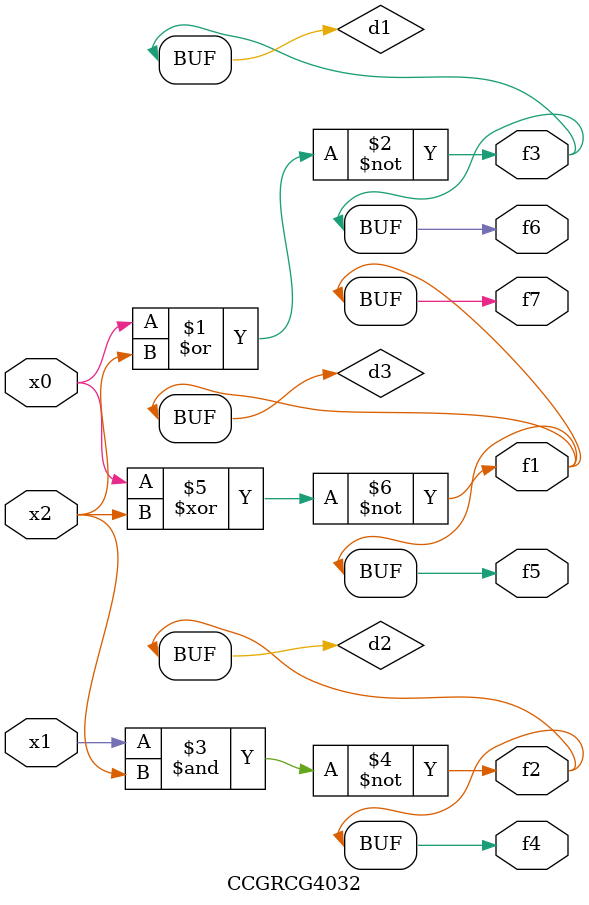
<source format=v>
module CCGRCG4032(
	input x0, x1, x2,
	output f1, f2, f3, f4, f5, f6, f7
);

	wire d1, d2, d3;

	nor (d1, x0, x2);
	nand (d2, x1, x2);
	xnor (d3, x0, x2);
	assign f1 = d3;
	assign f2 = d2;
	assign f3 = d1;
	assign f4 = d2;
	assign f5 = d3;
	assign f6 = d1;
	assign f7 = d3;
endmodule

</source>
